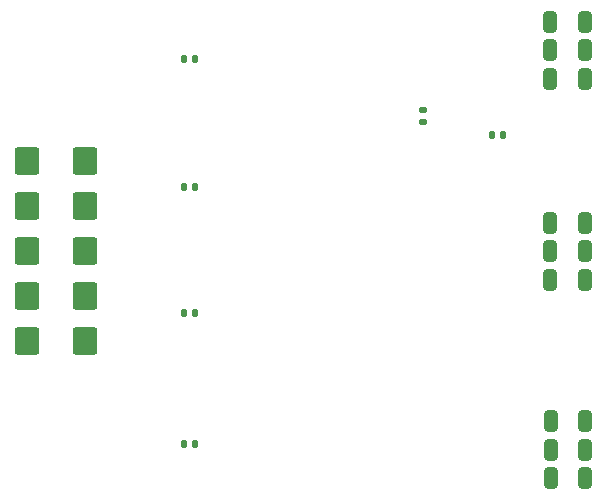
<source format=gbr>
%TF.GenerationSoftware,KiCad,Pcbnew,(6.0.2)*%
%TF.CreationDate,2022-05-06T23:20:48+08:00*%
%TF.ProjectId,NoiseAMP_V2.3,4e6f6973-6541-44d5-905f-56322e332e6b,rev?*%
%TF.SameCoordinates,Original*%
%TF.FileFunction,Paste,Bot*%
%TF.FilePolarity,Positive*%
%FSLAX46Y46*%
G04 Gerber Fmt 4.6, Leading zero omitted, Abs format (unit mm)*
G04 Created by KiCad (PCBNEW (6.0.2)) date 2022-05-06 23:20:48*
%MOMM*%
%LPD*%
G01*
G04 APERTURE LIST*
G04 Aperture macros list*
%AMRoundRect*
0 Rectangle with rounded corners*
0 $1 Rounding radius*
0 $2 $3 $4 $5 $6 $7 $8 $9 X,Y pos of 4 corners*
0 Add a 4 corners polygon primitive as box body*
4,1,4,$2,$3,$4,$5,$6,$7,$8,$9,$2,$3,0*
0 Add four circle primitives for the rounded corners*
1,1,$1+$1,$2,$3*
1,1,$1+$1,$4,$5*
1,1,$1+$1,$6,$7*
1,1,$1+$1,$8,$9*
0 Add four rect primitives between the rounded corners*
20,1,$1+$1,$2,$3,$4,$5,0*
20,1,$1+$1,$4,$5,$6,$7,0*
20,1,$1+$1,$6,$7,$8,$9,0*
20,1,$1+$1,$8,$9,$2,$3,0*%
G04 Aperture macros list end*
%ADD10RoundRect,0.140000X-0.140000X-0.170000X0.140000X-0.170000X0.140000X0.170000X-0.140000X0.170000X0*%
%ADD11RoundRect,0.140000X0.140000X0.170000X-0.140000X0.170000X-0.140000X-0.170000X0.140000X-0.170000X0*%
%ADD12RoundRect,0.250000X-0.787500X-0.925000X0.787500X-0.925000X0.787500X0.925000X-0.787500X0.925000X0*%
%ADD13RoundRect,0.250000X0.325000X0.650000X-0.325000X0.650000X-0.325000X-0.650000X0.325000X-0.650000X0*%
%ADD14RoundRect,0.140000X0.170000X-0.140000X0.170000X0.140000X-0.170000X0.140000X-0.170000X-0.140000X0*%
G04 APERTURE END LIST*
D10*
%TO.C,C52*%
X132082600Y-103276400D03*
X133042600Y-103276400D03*
%TD*%
D11*
%TO.C,C55*%
X159077600Y-88188800D03*
X158117600Y-88188800D03*
%TD*%
D10*
%TO.C,C50*%
X132082600Y-81711800D03*
X133042600Y-81711800D03*
%TD*%
D12*
%TO.C,C34*%
X118758396Y-101853999D03*
X123683396Y-101853999D03*
%TD*%
D13*
%TO.C,C48*%
X166067000Y-117262111D03*
X163117000Y-117262111D03*
%TD*%
D14*
%TO.C,C54*%
X152273000Y-87043200D03*
X152273000Y-86083200D03*
%TD*%
D13*
%TO.C,C47*%
X166067000Y-114849111D03*
X163117000Y-114849111D03*
%TD*%
D10*
%TO.C,C51*%
X132082600Y-92583000D03*
X133042600Y-92583000D03*
%TD*%
%TO.C,C53*%
X132057200Y-114350800D03*
X133017200Y-114350800D03*
%TD*%
D12*
%TO.C,C30*%
X118758396Y-94233999D03*
X123683396Y-94233999D03*
%TD*%
%TO.C,C27*%
X118758396Y-90423999D03*
X123683396Y-90423999D03*
%TD*%
D13*
%TO.C,C31*%
X166043835Y-98044000D03*
X163093835Y-98044000D03*
%TD*%
%TO.C,C12*%
X166043835Y-83439000D03*
X163093835Y-83439000D03*
%TD*%
%TO.C,C29*%
X166043835Y-95631000D03*
X163093835Y-95631000D03*
%TD*%
D12*
%TO.C,C35*%
X118758396Y-105663999D03*
X123683396Y-105663999D03*
%TD*%
D13*
%TO.C,C11*%
X166043835Y-81026000D03*
X163093835Y-81026000D03*
%TD*%
%TO.C,C33*%
X166043835Y-100457000D03*
X163093835Y-100457000D03*
%TD*%
%TO.C,C10*%
X166043835Y-78613000D03*
X163093835Y-78613000D03*
%TD*%
%TO.C,C46*%
X166067000Y-112436111D03*
X163117000Y-112436111D03*
%TD*%
D12*
%TO.C,C32*%
X118758396Y-98043999D03*
X123683396Y-98043999D03*
%TD*%
M02*

</source>
